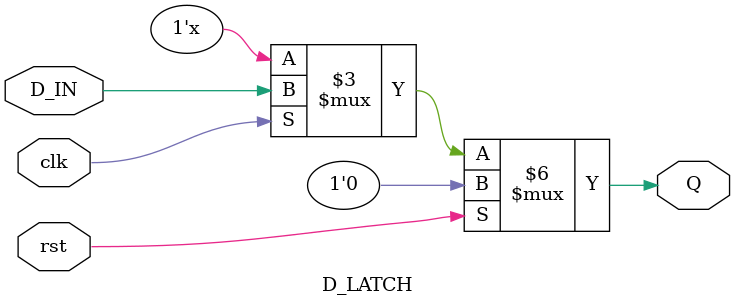
<source format=v>
`timescale 1ns / 1ps

// Author      : Venu Pabbuleti 
// ID          : N180116
//Branch       : ECE
//Project Name : RTL design using Verilog
//Design  Name : D LATCH
//Module  Name : D_LATCH
//RGUKT NUZVID 
//////////////////////////////////////////////////////////////////////////////////


module D_LATCH(clk,rst,D_IN,Q);
input clk,D_IN,rst;
output reg Q;

always@(clk,rst,D_IN) begin
    if(rst)
        Q<=0;
    else
        case({clk})
        1'b1    :   Q<=D_IN;
        1'b0    :   Q<=Q;
        endcase
end
endmodule

</source>
